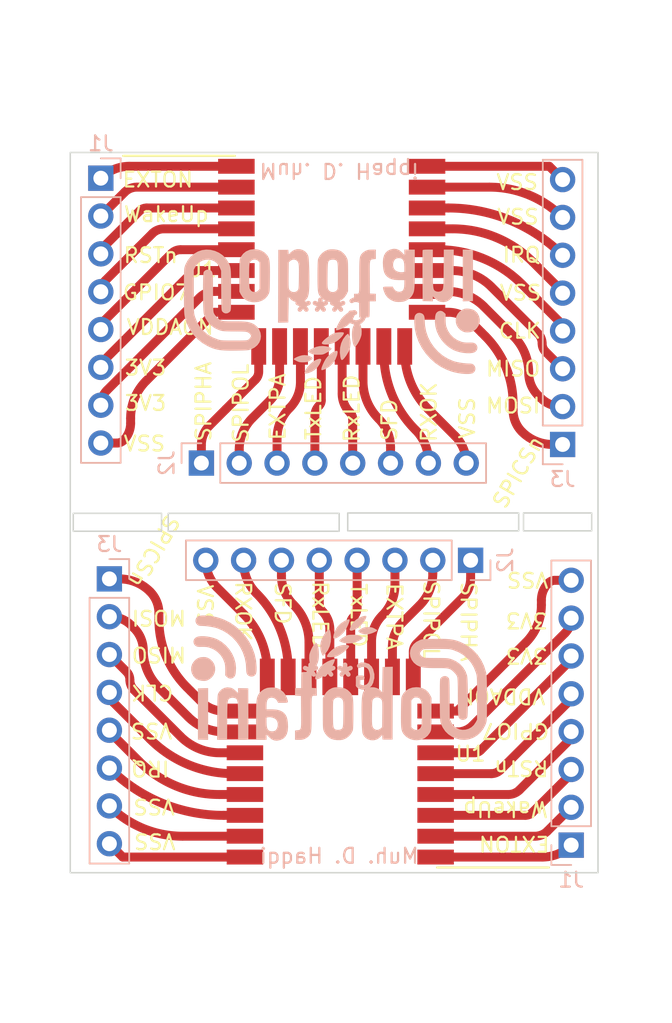
<source format=kicad_pcb>
(kicad_pcb (version 20211014) (generator pcbnew)
  (layers (0 "F.Cu" signal) (31 "B.Cu" signal) (34 "B.Paste" user) (35 "F.Paste" user) (36 "B.SilkS" user "B.Silkscreen") (37 "F.SilkS" user "F.Silkscreen") (38 "B.Mask" user) (39 "F.Mask" user) (44 "Edge.Cuts" user))
  (net 0 "")
  (net 1 "1")
  (net 2 "2")
  (net 3 "3")
  (net 4 "4")
  (net 5 "5")
  (net 6 "6")
  (net 7 "7")
  (net 8 "8")
  (net 9 "9")
  (net 10 "10")
  (net 11 "11")
  (net 12 "12")
  (net 13 "13")
  (net 14 "14")
  (net 15 "15")
  (net 16 "16")
  (net 17 "17")
  (net 18 "18")
  (net 19 "19")
  (net 20 "20")
  (net 21 "21")
  (net 22 "22")
  (net 23 "23")
  (net 24 "24")
  (footprint "Library:XCVR_DWM1000" (layer "F.Cu") (at 159.5 55.5)
    (fp_text reference "U1" (at -8.74021 5.12805 180) (layer "F.SilkS") (effects (font (size 1.000598 1.000598))))
    (fp_text value "DWM1000")
    (pad "1" smd rect (at -6.4 -1.8 90) (size 1 2.45) (layers "F.Cu" "F.Paste" "F.Mask") (net 1 "1"))
    (pad "2" smd rect (at -6.4 -0.4 90) (size 1 2.45) (layers "F.Cu" "F.Paste" "F.Mask") (net 2 "2"))
    (pad "3" smd rect (at -6.4 1 90) (size 1 2.45) (layers "F.Cu" "F.Paste" "F.Mask") (net 3 "3"))
    (pad "4" smd rect (at -6.4 2.4 90) (size 1 2.45) (layers "F.Cu" "F.Paste" "F.Mask") (net 4 "4"))
    (pad "5" smd rect (at -6.4 3.8 90) (size 1 2.45) (layers "F.Cu" "F.Paste" "F.Mask") (net 5 "5"))
    (pad "6" smd rect (at -6.4 5.2 90) (size 1 2.45) (layers "F.Cu" "F.Paste" "F.Mask") (net 6 "6"))
    (pad "7" smd rect (at -6.4 6.6 90) (size 1 2.45) (layers "F.Cu" "F.Paste" "F.Mask") (net 7 "7"))
    (pad "8" smd rect (at -6.4 8 90) (size 1 2.45) (layers "F.Cu" "F.Paste" "F.Mask") (net 8 "8"))
    (pad "9" smd rect (at -4.9 10.295 180) (size 1 2.45) (layers "F.Cu" "F.Paste" "F.Mask") (net 9 "9"))
    (pad "10" smd rect (at -3.5 10.295 180) (size 1 2.45) (layers "F.Cu" "F.Paste" "F.Mask") (net 10 "10"))
    (pad "11" smd rect (at -2.1 10.295 180) (size 1 2.45) (layers "F.Cu" "F.Paste" "F.Mask") (net 11 "11"))
    (pad "12" smd rect (at -0.7 10.295 180) (size 1 2.45) (layers "F.Cu" "F.Paste" "F.Mask") (net 12 "12"))
    (pad "13" smd rect (at 0.7 10.295 180) (size 1 2.45) (layers "F.Cu" "F.Paste" "F.Mask") (net 13 "13"))
    (pad "14" smd rect (at 2.1 10.295 180) (size 1 2.45) (layers "F.Cu" "F.Paste" "F.Mask") (net 14 "14"))
    (pad "15" smd rect (at 3.5 10.295 180) (size 1 2.45) (layers "F.Cu" "F.Paste" "F.Mask") (net 15 "15"))
    (pad "16" smd rect (at 4.9 10.295 180) (size 1 2.45) (layers "F.Cu" "F.Paste" "F.Mask") (net 16 "16"))
    (pad "17" smd rect (at 6.4 8 270) (size 1 2.45) (layers "F.Cu" "F.Paste" "F.Mask") (net 17 "17"))
    (pad "18" smd rect (at 6.4 6.6 270) (size 1 2.45) (layers "F.Cu" "F.Paste" "F.Mask") (net 18 "18"))
    (pad "19" smd rect (at 6.4 5.2 270) (size 1 2.45) (layers "F.Cu" "F.Paste" "F.Mask") (net 19 "19"))
    (pad "20" smd rect (at 6.4 3.8 270) (size 1 2.45) (layers "F.Cu" "F.Paste" "F.Mask") (net 20 "20"))
    (pad "21" smd rect (at 6.4 2.4 270) (size 1 2.45) (layers "F.Cu" "F.Paste" "F.Mask") (net 21 "21"))
    (pad "22" smd rect (at 6.4 1 270) (size 1 2.45) (layers "F.Cu" "F.Paste" "F.Mask") (net 22 "22"))
    (pad "23" smd rect (at 6.4 -0.4 270) (size 1 2.45) (layers "F.Cu" "F.Paste" "F.Mask") (net 23 "23"))
    (pad "24" smd rect (at 6.4 -1.8 270) (size 1 2.45) (layers "F.Cu" "F.Paste" "F.Mask") (net 24 "24"))
  )
  (footprint "Library:XCVR_DWM1000" (layer "F.Cu") (at 160.075 98.275 180)
    (fp_text reference "U1" (at -8.74021 5.12805) (layer "F.SilkS") (effects (font (size 1.000598 1.000598))))
    (fp_text value "DWM1000")
    (pad "1" smd rect (at -6.4 -1.8 270) (size 1 2.45) (layers "F.Cu" "F.Paste" "F.Mask") (net 1 "1"))
    (pad "2" smd rect (at -6.4 -0.4 270) (size 1 2.45) (layers "F.Cu" "F.Paste" "F.Mask") (net 2 "2"))
    (pad "3" smd rect (at -6.4 1 270) (size 1 2.45) (layers "F.Cu" "F.Paste" "F.Mask") (net 3 "3"))
    (pad "4" smd rect (at -6.4 2.4 270) (size 1 2.45) (layers "F.Cu" "F.Paste" "F.Mask") (net 4 "4"))
    (pad "5" smd rect (at -6.4 3.8 270) (size 1 2.45) (layers "F.Cu" "F.Paste" "F.Mask") (net 5 "5"))
    (pad "6" smd rect (at -6.4 5.2 270) (size 1 2.45) (layers "F.Cu" "F.Paste" "F.Mask") (net 6 "6"))
    (pad "7" smd rect (at -6.4 6.6 270) (size 1 2.45) (layers "F.Cu" "F.Paste" "F.Mask") (net 7 "7"))
    (pad "8" smd rect (at -6.4 8 270) (size 1 2.45) (layers "F.Cu" "F.Paste" "F.Mask") (net 8 "8"))
    (pad "9" smd rect (at -4.9 10.295) (size 1 2.45) (layers "F.Cu" "F.Paste" "F.Mask") (net 9 "9"))
    (pad "10" smd rect (at -3.5 10.295) (size 1 2.45) (layers "F.Cu" "F.Paste" "F.Mask") (net 10 "10"))
    (pad "11" smd rect (at -2.1 10.295) (size 1 2.45) (layers "F.Cu" "F.Paste" "F.Mask") (net 11 "11"))
    (pad "12" smd rect (at -0.7 10.295) (size 1 2.45) (layers "F.Cu" "F.Paste" "F.Mask") (net 12 "12"))
    (pad "13" smd rect (at 0.7 10.295) (size 1 2.45) (layers "F.Cu" "F.Paste" "F.Mask") (net 13 "13"))
    (pad "14" smd rect (at 2.1 10.295) (size 1 2.45) (layers "F.Cu" "F.Paste" "F.Mask") (net 14 "14"))
    (pad "15" smd rect (at 3.5 10.295) (size 1 2.45) (layers "F.Cu" "F.Paste" "F.Mask") (net 15 "15"))
    (pad "16" smd rect (at 4.9 10.295) (size 1 2.45) (layers "F.Cu" "F.Paste" "F.Mask") (net 16 "16"))
    (pad "17" smd rect (at 6.4 8 90) (size 1 2.45) (layers "F.Cu" "F.Paste" "F.Mask") (net 17 "17"))
    (pad "18" smd rect (at 6.4 6.6 90) (size 1 2.45) (layers "F.Cu" "F.Paste" "F.Mask") (net 18 "18"))
    (pad "19" smd rect (at 6.4 5.2 90) (size 1 2.45) (layers "F.Cu" "F.Paste" "F.Mask") (net 19 "19"))
    (pad "20" smd rect (at 6.4 3.8 90) (size 1 2.45) (layers "F.Cu" "F.Paste" "F.Mask") (net 20 "20"))
    (pad "21" smd rect (at 6.4 2.4 90) (size 1 2.45) (layers "F.Cu" "F.Paste" "F.Mask") (net 21 "21"))
    (pad "22" smd rect (at 6.4 1 90) (size 1 2.45) (layers "F.Cu" "F.Paste" "F.Mask") (net 22 "22"))
    (pad "23" smd rect (at 6.4 -0.4 90) (size 1 2.45) (layers "F.Cu" "F.Paste" "F.Mask") (net 23 "23"))
    (pad "24" smd rect (at 6.4 -1.8 90) (size 1 2.45) (layers "F.Cu" "F.Paste" "F.Mask") (net 24 "24"))
  )
  (footprint "Library:logo" (layer "B.Cu") (at 159.5 63.5)
    (fp_text reference "G***" (at 0 0) (layer "B.SilkS") (effects (font (size 1.524 1.524) (thickness 0.3)) (justify mirror)))
    (fp_text value "LOGO" hide)
  )
  (footprint "Library:logo" (layer "B.Cu") (at 160 88 180)
    (fp_text reference "G***" (at 0 0) (layer "B.SilkS") (effects (font (size 1.524 1.524) (thickness 0.3)) (justify mirror)))
    (fp_text value "LOGO" hide)
  )
  (footprint "Connector_PinHeader_2.54mm:PinHeader_1x08_P2.54mm_Vertical" (layer "B.Cu") (at 175.575 99.275)
    (fp_text reference "J1" (at 0 2.33) (layer "B.SilkS") (effects (justify mirror)))
    (fp_text value "Conn_01x08_Male")
    (pad "1" thru_hole rect locked (at 0 0) (size 1.7 1.7) (drill 1) (layers *.Cu *.Mask) (net 1 "1"))
    (pad "2" thru_hole oval locked (at 0 -2.54) (size 1.7 1.7) (drill 1) (layers *.Cu *.Mask) (net 2 "2"))
    (pad "3" thru_hole oval locked (at 0 -5.08) (size 1.7 1.7) (drill 1) (layers *.Cu *.Mask) (net 3 "3"))
    (pad "4" thru_hole oval locked (at 0 -7.62) (size 1.7 1.7) (drill 1) (layers *.Cu *.Mask) (net 4 "4"))
    (pad "5" thru_hole oval locked (at 0 -10.16) (size 1.7 1.7) (drill 1) (layers *.Cu *.Mask) (net 5 "5"))
    (pad "6" thru_hole oval locked (at 0 -12.7) (size 1.7 1.7) (drill 1) (layers *.Cu *.Mask) (net 6 "6"))
    (pad "7" thru_hole oval locked (at 0 -15.24) (size 1.7 1.7) (drill 1) (layers *.Cu *.Mask) (net 7 "7"))
    (pad "8" thru_hole oval locked (at 0 -17.78) (size 1.7 1.7) (drill 1) (layers *.Cu *.Mask) (net 8 "8"))
  )
  (footprint "Connector_PinHeader_2.54mm:PinHeader_1x08_P2.54mm_Vertical" (layer "B.Cu") (at 175 72.375)
    (fp_text reference "J3" (at 0 2.33) (layer "B.SilkS") (effects (justify mirror)))
    (fp_text value "Conn_01x08_Male")
    (pad "1" thru_hole rect locked (at 0 0) (size 1.7 1.7) (drill 1) (layers *.Cu *.Mask) (net 17 "17"))
    (pad "2" thru_hole oval locked (at 0 -2.54) (size 1.7 1.7) (drill 1) (layers *.Cu *.Mask) (net 18 "18"))
    (pad "3" thru_hole oval locked (at 0 -5.08) (size 1.7 1.7) (drill 1) (layers *.Cu *.Mask) (net 19 "19"))
    (pad "4" thru_hole oval locked (at 0 -7.62) (size 1.7 1.7) (drill 1) (layers *.Cu *.Mask) (net 20 "20"))
    (pad "5" thru_hole oval locked (at 0 -10.16) (size 1.7 1.7) (drill 1) (layers *.Cu *.Mask) (net 21 "21"))
    (pad "6" thru_hole oval locked (at 0 -12.7) (size 1.7 1.7) (drill 1) (layers *.Cu *.Mask) (net 22 "22"))
    (pad "7" thru_hole oval locked (at 0 -15.24) (size 1.7 1.7) (drill 1) (layers *.Cu *.Mask) (net 23 "23"))
    (pad "8" thru_hole oval locked (at 0 -17.78) (size 1.7 1.7) (drill 1) (layers *.Cu *.Mask) (net 24 "24"))
  )
  (footprint "Connector_PinHeader_2.54mm:PinHeader_1x08_P2.54mm_Vertical" (layer "B.Cu") (at 144 54.5 180)
    (fp_text reference "J1" (at 0 2.33) (layer "B.SilkS") (effects (justify mirror)))
    (fp_text value "Conn_01x08_Male")
    (pad "1" thru_hole rect locked (at 0 0 180) (size 1.7 1.7) (drill 1) (layers *.Cu *.Mask) (net 1 "1"))
    (pad "2" thru_hole oval locked (at 0 -2.54 180) (size 1.7 1.7) (drill 1) (layers *.Cu *.Mask) (net 2 "2"))
    (pad "3" thru_hole oval locked (at 0 -5.08 180) (size 1.7 1.7) (drill 1) (layers *.Cu *.Mask) (net 3 "3"))
    (pad "4" thru_hole oval locked (at 0 -7.62 180) (size 1.7 1.7) (drill 1) (layers *.Cu *.Mask) (net 4 "4"))
    (pad "5" thru_hole oval locked (at 0 -10.16 180) (size 1.7 1.7) (drill 1) (layers *.Cu *.Mask) (net 5 "5"))
    (pad "6" thru_hole oval locked (at 0 -12.7 180) (size 1.7 1.7) (drill 1) (layers *.Cu *.Mask) (net 6 "6"))
    (pad "7" thru_hole oval locked (at 0 -15.24 180) (size 1.7 1.7) (drill 1) (layers *.Cu *.Mask) (net 7 "7"))
    (pad "8" thru_hole oval locked (at 0 -17.78 180) (size 1.7 1.7) (drill 1) (layers *.Cu *.Mask) (net 8 "8"))
  )
  (footprint "Connector_PinHeader_2.54mm:PinHeader_1x08_P2.54mm_Vertical" (layer "B.Cu") (at 168.825 80.15 90)
    (fp_text reference "J2" (at 0 2.33 90) (layer "B.SilkS") (effects (justify mirror)))
    (fp_text value "Conn_01x08_Male")
    (pad "1" thru_hole rect locked (at 0 0 90) (size 1.7 1.7) (drill 1) (layers *.Cu *.Mask) (net 9 "9"))
    (pad "2" thru_hole oval locked (at 0 -2.54 90) (size 1.7 1.7) (drill 1) (layers *.Cu *.Mask) (net 10 "10"))
    (pad "3" thru_hole oval locked (at 0 -5.08 90) (size 1.7 1.7) (drill 1) (layers *.Cu *.Mask) (net 11 "11"))
    (pad "4" thru_hole oval locked (at 0 -7.62 90) (size 1.7 1.7) (drill 1) (layers *.Cu *.Mask) (net 12 "12"))
    (pad "5" thru_hole oval locked (at 0 -10.16 90) (size 1.7 1.7) (drill 1) (layers *.Cu *.Mask) (net 13 "13"))
    (pad "6" thru_hole oval locked (at 0 -12.7 90) (size 1.7 1.7) (drill 1) (layers *.Cu *.Mask) (net 14 "14"))
    (pad "7" thru_hole oval locked (at 0 -15.24 90) (size 1.7 1.7) (drill 1) (layers *.Cu *.Mask) (net 15 "15"))
    (pad "8" thru_hole oval locked (at 0 -17.78 90) (size 1.7 1.7) (drill 1) (layers *.Cu *.Mask) (net 16 "16"))
  )
  (footprint "Connector_PinHeader_2.54mm:PinHeader_1x08_P2.54mm_Vertical" (layer "B.Cu") (at 144.575 81.4 180)
    (fp_text reference "J3" (at 0 2.33) (layer "B.SilkS") (effects (justify mirror)))
    (fp_text value "Conn_01x08_Male")
    (pad "1" thru_hole rect locked (at 0 0 180) (size 1.7 1.7) (drill 1) (layers *.Cu *.Mask) (net 17 "17"))
    (pad "2" thru_hole oval locked (at 0 -2.54 180) (size 1.7 1.7) (drill 1) (layers *.Cu *.Mask) (net 18 "18"))
    (pad "3" thru_hole oval locked (at 0 -5.08 180) (size 1.7 1.7) (drill 1) (layers *.Cu *.Mask) (net 19 "19"))
    (pad "4" thru_hole oval locked (at 0 -7.62 180) (size 1.7 1.7) (drill 1) (layers *.Cu *.Mask) (net 20 "20"))
    (pad "5" thru_hole oval locked (at 0 -10.16 180) (size 1.7 1.7) (drill 1) (layers *.Cu *.Mask) (net 21 "21"))
    (pad "6" thru_hole oval locked (at 0 -12.7 180) (size 1.7 1.7) (drill 1) (layers *.Cu *.Mask) (net 22 "22"))
    (pad "7" thru_hole oval locked (at 0 -15.24 180) (size 1.7 1.7) (drill 1) (layers *.Cu *.Mask) (net 23 "23"))
    (pad "8" thru_hole oval locked (at 0 -17.78 180) (size 1.7 1.7) (drill 1) (layers *.Cu *.Mask) (net 24 "24"))
  )
  (footprint "Connector_PinHeader_2.54mm:PinHeader_1x08_P2.54mm_Vertical" (layer "B.Cu") (at 150.75 73.625 -90)
    (fp_text reference "J2" (at 0 2.33 90) (layer "B.SilkS") (effects (justify mirror)))
    (fp_text value "Conn_01x08_Male")
    (pad "1" thru_hole rect locked (at 0 0 270) (size 1.7 1.7) (drill 1) (layers *.Cu *.Mask) (net 9 "9"))
    (pad "2" thru_hole oval locked (at 0 -2.54 270) (size 1.7 1.7) (drill 1) (layers *.Cu *.Mask) (net 10 "10"))
    (pad "3" thru_hole oval locked (at 0 -5.08 270) (size 1.7 1.7) (drill 1) (layers *.Cu *.Mask) (net 11 "11"))
    (pad "4" thru_hole oval locked (at 0 -7.62 270) (size 1.7 1.7) (drill 1) (layers *.Cu *.Mask) (net 12 "12"))
    (pad "5" thru_hole oval locked (at 0 -10.16 270) (size 1.7 1.7) (drill 1) (layers *.Cu *.Mask) (net 13 "13"))
    (pad "6" thru_hole oval locked (at 0 -12.7 270) (size 1.7 1.7) (drill 1) (layers *.Cu *.Mask) (net 14 "14"))
    (pad "7" thru_hole oval locked (at 0 -15.24 270) (size 1.7 1.7) (drill 1) (layers *.Cu *.Mask) (net 15 "15"))
    (pad "8" thru_hole oval locked (at 0 -17.78 270) (size 1.7 1.7) (drill 1) (layers *.Cu *.Mask) (net 16 "16"))
  )
  (gr_line (start 153 53) (end 145.5 53) (layer "F.SilkS") (width 0.15))
  (gr_line (start 166.575 100.775) (end 174.075 100.775) (layer "F.SilkS") (width 0.15))
  (gr_rect (start 148.075 77) (end 142.15 78.2) (layer "Edge.Cuts") (width 0.1) (fill none))
  (gr_rect (start 177.375 52.775) (end 141.95 101.125) (layer "Edge.Cuts") (width 0.1) (fill none))
  (gr_rect (start 176.95 76.975) (end 172.375 78.175) (layer "Edge.Cuts") (width 0.1) (fill none))
  (gr_rect (start 160 77) (end 148.525 78.2) (layer "Edge.Cuts") (width 0.1) (fill none))
  (gr_rect (start 172.05 76.975) (end 160.575 78.175) (layer "Edge.Cuts") (width 0.1) (fill none))
  (gr_text "Muh. D. Haqqi" (at 160 100) (layer "B.SilkS") (effects (font (size 1 1)) (justify mirror)))
  (gr_text "Muh. D. Haqqi" (at 160 54 180) (layer "B.SilkS") (effects (font (size 1 1)) (justify mirror)))
  (gr_text "MOSI" (at 147.9 84 180) (layer "F.SilkS") (effects (font (size 1 1))))
  (gr_text "RXOK" (at 153.55 83.575 270) (layer "F.SilkS") (effects (font (size 1 1))))
  (gr_text "RSTn" (at 172.225 94.1 180) (layer "F.SilkS") (effects (font (size 1 1))))
  (gr_text "MISO" (at 147.9 86.475 180) (layer "F.SilkS") (effects (font (size 1 1))))
  (gr_text "VDDAON" (at 170.925 89.275 180) (layer "F.SilkS") (effects (font (size 1 1))))
  (gr_text "SFD" (at 163.375 70.725 90) (layer "F.SilkS") (effects (font (size 1 1))))
  (gr_text "VSS" (at 168.6 70.6 90) (layer "F.SilkS") (effects (font (size 1 1))))
  (gr_text "EXTON" (at 171.75 99.175 180) (layer "F.SilkS") (effects (font (size 1 1))))
  (gr_text "SPICSn" (at 147.55 79.55 240) (layer "F.SilkS") (effects (font (size 1 1))))
  (gr_text "GPIO7" (at 171.85 91.6 180) (layer "F.SilkS") (effects (font (size 1 1))))
  (gr_text "IRQ" (at 147.325 94.125 180) (layer "F.SilkS") (effects (font (size 1 1))))
  (gr_text "WakeUp" (at 171.175 96.85 180) (layer "F.SilkS") (effects (font (size 1 1))))
  (gr_text "RxLED" (at 158.725 83.825 270) (layer "F.SilkS") (effects (font (size 1 1))))
  (gr_text "TxLED" (at 161.3 83.85 270) (layer "F.SilkS") (effects (font (size 1 1))))
  (gr_text "RXOK" (at 166.025 70.2 90) (layer "F.SilkS") (effects (font (size 1 1))))
  (gr_text "TxLED" (at 158.275 69.925 90) (layer "F.SilkS") (effects (font (size 1 1))))
  (gr_text "3V3" (at 172.575 86.55 180) (layer "F.SilkS") (effects (font (size 1 1))))
  (gr_text "SFD" (at 156.2 83.05 270) (layer "F.SilkS") (effects (font (size 1 1))))
  (gr_text "RxLED" (at 160.85 69.95 90) (layer "F.SilkS") (effects (font (size 1 1))))
  (gr_text "VDDAON" (at 148.65 64.5) (layer "F.SilkS") (effects (font (size 1 1))))
  (gr_text "SPICSn" (at 172.025 74.225 60) (layer "F.SilkS") (effects (font (size 1 1))))
  (gr_text "MISO" (at 171.675 67.3) (layer "F.SilkS") (effects (font (size 1 1))))
  (gr_text "VSS" (at 147.575 96.675 180) (layer "F.SilkS") (effects (font (size 1 1))))
  (gr_text "VSS" (at 146.925 72.325) (layer "F.SilkS") (effects (font (size 1 1))))
  (gr_text "SPIPOL" (at 166.175 84.175 270) (layer "F.SilkS") (effects (font (size 1 1))))
  (gr_text "MOSI" (at 171.675 69.775) (layer "F.SilkS") (effects (font (size 1 1))))
  (gr_text "VSS" (at 147.625 99 180) (layer "F.SilkS") (effects (font (size 1 1))))
  (gr_text "CLK" (at 172.125 64.75) (layer "F.SilkS") (effects (font (size 1 1))))
  (gr_text "3V3" (at 172.575 84.175 180) (layer "F.SilkS") (effects (font (size 1 1))))
  (gr_text "VSS" (at 172.65 81.45 180) (layer "F.SilkS") (effects (font (size 1 1))))
  (gr_text "VSS" (at 172 57.1) (layer "F.SilkS") (effects (font (size 1 1))))
  (gr_text "VSS" (at 147.4 91.575 180) (layer "F.SilkS") (effects (font (size 1 1))))
  (gr_text "3V3" (at 147 69.6) (layer "F.SilkS") (effects (font (size 1 1))))
  (gr_text "EXTPA" (at 163.7 83.925 270) (layer "F.SilkS") (effects (font (size 1 1))))
  (gr_text "SPIPOL" (at 153.4 69.6 90) (layer "F.SilkS") (effects (font (size 1 1))))
  (gr_text "VSS" (at 171.95 54.775) (layer "F.SilkS") (effects (font (size 1 1))))
  (gr_text "EXTON" (at 147.825 54.6) (layer "F.SilkS") (effects (font (size 1 1))))
  (gr_text "RSTn" (at 147.35 59.675) (layer "F.SilkS") (effects (font (size 1 1))))
  (gr_text "SPIPHA" (at 150.9 69.5 90) (layer "F.SilkS") (effects (font (size 1 1))))
  (gr_text "VSS" (at 150.975 83.175 270) (layer "F.SilkS") (effects (font (size 1 1))))
  (gr_text "GPIO7" (at 147.725 62.175) (layer "F.SilkS") (effects (font (size 1 1))))
  (gr_text "WakeUp" (at 148.4 56.925) (layer "F.SilkS") (effects (font (size 1 1))))
  (gr_text "SPIPHA" (at 168.675 84.275 270) (layer "F.SilkS") (effects (font (size 1 1))))
  (gr_text "3V3" (at 147 67.225) (layer "F.SilkS") (effects (font (size 1 1))))
  (gr_text "IRQ" (at 172.25 59.65) (layer "F.SilkS") (effects (font (size 1 1))))
  (gr_text "EXTPA" (at 155.875 69.85 90) (layer "F.SilkS") (effects (font (size 1 1))))
  (gr_text "VSS" (at 172.175 62.2) (layer "F.SilkS") (effects (font (size 1 1))))
  (gr_text "CLK" (at 147.45 89.025 180) (layer "F.SilkS") (effects (font (size 1 1))))
  (segment (start 166.475 100.075) (end 173.64363 100.075) (width 0.6) (layer "F.Cu") (net 1))
  (segment (start 153.1 53.7) (end 145.93137 53.7) (width 0.6) (layer "F.Cu") (net 1))
  (arc (start 173.64363 100.075) (mid 174.688879 99.867088) (end 175.575 99.275) (width 0.6) (layer "F.Cu") (net 1))
  (arc (start 145.93137 53.7) (mid 144.886121 53.907912) (end 144 54.5) (width 0.6) (layer "F.Cu") (net 1))
  (segment (start 145.597053 55.442947) (end 144 57.04) (width 0.6) (layer "F.Cu") (net 2))
  (segment (start 175.09 96.735) (end 175.575 96.735) (width 0.6) (layer "F.Cu") (net 2))
  (segment (start 153.1 55.1) (end 146.425 55.1) (width 0.6) (layer "F.Cu") (net 2))
  (segment (start 173.977947 98.332053) (end 175.575 96.735) (width 0.6) (layer "F.Cu") (net 2))
  (segment (start 166.475 98.675) (end 173.15 98.675) (width 0.6) (layer "F.Cu") (net 2))
  (segment (start 144.485 57.04) (end 144 57.04) (width 0.6) (layer "F.Cu") (net 2))
  (arc (start 146.425 55.1) (mid 145.976918 55.189129) (end 145.597053 55.442947) (width 0.6) (layer "F.Cu") (net 2))
  (arc (start 173.15 98.675) (mid 173.598082 98.585871) (end 173.977947 98.332053) (width 0.6) (layer "F.Cu") (net 2))
  (segment (start 146.60201 56.69799) (end 144.197991 59.102009) (width 0.6) (layer "F.Cu") (net 3))
  (segment (start 166.475 97.275) (end 172.495 97.275) (width 0.6) (layer "F.Cu") (net 3))
  (segment (start 172.97299 97.07701) (end 175.377009 94.672991) (width 0.6) (layer "F.Cu") (net 3))
  (segment (start 153.1 56.5) (end 147.08 56.5) (width 0.6) (layer "F.Cu") (net 3))
  (arc (start 175.377009 94.672991) (mid 175.523544 94.453688) (end 175.575 94.195) (width 0.6) (layer "F.Cu") (net 3))
  (arc (start 172.495 97.275) (mid 172.753686 97.223544) (end 172.97299 97.07701) (width 0.6) (layer "F.Cu") (net 3))
  (arc (start 147.08 56.5) (mid 146.821314 56.551456) (end 146.60201 56.69799) (width 0.6) (layer "F.Cu") (net 3))
  (arc (start 144.197991 59.102009) (mid 144.051456 59.321312) (end 144 59.58) (width 0.6) (layer "F.Cu") (net 3))
  (segment (start 153.1 57.9) (end 148.22 57.9) (width 0.6) (layer "F.Cu") (net 4))
  (segment (start 166.475 95.875) (end 171.355 95.875) (width 0.6) (layer "F.Cu") (net 4))
  (segment (start 146.55 59.125) (end 144.314663 61.360337) (width 0.6) (layer "F.Cu") (net 4))
  (segment (start 172.114662 95.560337) (end 173.025 94.65) (width 0.6) (layer "F.Cu") (net 4))
  (segment (start 147.460338 58.214663) (end 146.55 59.125) (width 0.6) (layer "F.Cu") (net 4))
  (segment (start 173.025 94.65) (end 175.260337 92.414663) (width 0.6) (layer "F.Cu") (net 4))
  (arc (start 144.314663 61.360337) (mid 144.081778 61.708873) (end 144 62.12) (width 0.6) (layer "F.Cu") (net 4))
  (arc (start 148.22 57.9) (mid 147.808874 57.981778) (end 147.460338 58.214663) (width 0.6) (layer "F.Cu") (net 4))
  (arc (start 175.260337 92.414663) (mid 175.493222 92.066127) (end 175.575 91.655) (width 0.6) (layer "F.Cu") (net 4))
  (arc (start 171.355 95.875) (mid 171.766126 95.793222) (end 172.114662 95.560337) (width 0.6) (layer "F.Cu") (net 4))
  (segment (start 153.1 59.3) (end 149.36 59.3) (width 0.6) (layer "F.Cu") (net 5))
  (segment (start 171.25 93.8) (end 175.320441 89.729559) (width 0.6) (layer "F.Cu") (net 5))
  (segment (start 148.745441 59.554558) (end 148.325 59.975) (width 0.6) (layer "F.Cu") (net 5))
  (segment (start 148.325 59.975) (end 144.254559 64.045441) (width 0.6) (layer "F.Cu") (net 5))
  (segment (start 166.475 94.475) (end 170.215 94.475) (width 0.6) (layer "F.Cu") (net 5))
  (segment (start 170.829559 94.220442) (end 171.25 93.8) (width 0.6) (layer "F.Cu") (net 5))
  (arc (start 175.320441 89.729559) (mid 175.508842 89.447598) (end 175.575 89.115) (width 0.6) (layer "F.Cu") (net 5))
  (arc (start 144.254559 64.045441) (mid 144.066158 64.327402) (end 144 64.66) (width 0.6) (layer "F.Cu") (net 5))
  (arc (start 170.215 94.475) (mid 170.547597 94.408842) (end 170.829559 94.220442) (width 0.6) (layer "F.Cu") (net 5))
  (arc (start 149.36 59.3) (mid 149.027403 59.366158) (end 148.745441 59.554558) (width 0.6) (layer "F.Cu") (net 5))
  (segment (start 166.475 93.075) (end 169.075 93.075) (width 0.6) (layer "F.Cu") (net 6))
  (segment (start 150.073224 60.876777) (end 149.25 61.7) (width 0.6) (layer "F.Cu") (net 6))
  (segment (start 153.1 60.7) (end 150.5 60.7) (width 0.6) (layer "F.Cu") (net 6))
  (segment (start 149.25 61.7) (end 144.176777 66.773223) (width 0.6) (layer "F.Cu") (net 6))
  (segment (start 170.325 92.075) (end 175.398223 87.001777) (width 0.6) (layer "F.Cu") (net 6))
  (segment (start 169.501776 92.898223) (end 170.325 92.075) (width 0.6) (layer "F.Cu") (net 6))
  (arc (start 150.5 60.7) (mid 150.26903 60.745943) (end 150.073224 60.876777) (width 0.6) (layer "F.Cu") (net 6))
  (arc (start 175.398223 87.001777) (mid 175.529057 86.80597) (end 175.575 86.575) (width 0.6) (layer "F.Cu") (net 6))
  (arc (start 169.075 93.075) (mid 169.30597 93.029057) (end 169.501776 92.898223) (width 0.6) (layer "F.Cu") (net 6))
  (arc (start 144.176777 66.773223) (mid 144.045943 66.96903) (end 144 67.2) (width 0.6) (layer "F.Cu") (net 6))
  (segment (start 168.942193 91.257807) (end 175.157807 85.042193) (width 0.6) (layer "F.Cu") (net 7))
  (segment (start 166.475 91.675) (end 167.935 91.675) (width 0.6) (layer "F.Cu") (net 7))
  (segment (start 150.632807 62.517193) (end 144.417193 68.732807) (width 0.6) (layer "F.Cu") (net 7))
  (segment (start 153.1 62.1) (end 151.64 62.1) (width 0.6) (layer "F.Cu") (net 7))
  (arc (start 151.64 62.1) (mid 151.094911 62.208425) (end 150.632807 62.517193) (width 0.6) (layer "F.Cu") (net 7))
  (arc (start 167.935 91.675) (mid 168.480089 91.566575) (end 168.942193 91.257807) (width 0.6) (layer "F.Cu") (net 7))
  (arc (start 144.417193 68.732807) (mid 144.108425 69.19491) (end 144 69.74) (width 0.6) (layer "F.Cu") (net 7))
  (arc (start 175.157807 85.042193) (mid 175.466575 84.58009) (end 175.575 84.035) (width 0.6) (layer "F.Cu") (net 7))
  (segment (start 153.1 63.5) (end 151.65 63.5) (width 0.6) (layer "F.Cu") (net 8))
  (segment (start 146 70.625) (end 146 70.953249) (width 0.6) (layer "F.Cu") (net 8))
  (segment (start 174.484558 81.495) (end 175.575 81.495) (width 0.6) (layer "F.Cu") (net 8))
  (segment (start 151.65 63.5) (end 147.042983 68.107017) (width 0.6) (layer "F.Cu") (net 8))
  (segment (start 145.090442 72.28) (end 144 72.28) (width 0.6) (layer "F.Cu") (net 8))
  (segment (start 173.575 83.15) (end 173.575 82.821751) (width 0.6) (layer "F.Cu") (net 8))
  (segment (start 166.475 90.275) (end 167.925 90.275) (width 0.6) (layer "F.Cu") (net 8))
  (segment (start 167.925 90.275) (end 172.532017 85.667983) (width 0.6) (layer "F.Cu") (net 8))
  (arc (start 145.525 72.1) (mid 145.325623 72.233219) (end 145.090442 72.28) (width 0.6) (layer "F.Cu") (net 8))
  (arc (start 147.042983 68.107017) (mid 146.271063 69.262277) (end 146 70.625) (width 0.6) (layer "F.Cu") (net 8))
  (arc (start 144 72.28) (mid 144.203254 72.23957) (end 144.375564 72.124437) (width 0.6) (layer "F.Cu") (net 8))
  (arc (start 173.575 82.821751) (mid 173.698448 82.201134) (end 174.05 81.675) (width 0.6) (layer "F.Cu") (net 8))
  (arc (start 172.532017 85.667983) (mid 173.303937 84.512723) (end 173.575 83.15) (width 0.6) (layer "F.Cu") (net 8))
  (arc (start 175.575 81.495) (mid 175.371746 81.53543) (end 175.199436 81.650563) (width 0.6) (layer "F.Cu") (net 8))
  (arc (start 146 70.953249) (mid 145.876552 71.573866) (end 145.525 72.1) (width 0.6) (layer "F.Cu") (net 8))
  (arc (start 174.05 81.675) (mid 174.249377 81.541781) (end 174.484558 81.495) (width 0.6) (layer "F.Cu") (net 8))
  (segment (start 165.20481 85.745191) (end 167.175 83.775) (width 0.6) (layer "F.Cu") (net 9))
  (segment (start 168.825 80.15) (end 168.825 81.351472) (width 0.6) (layer "F.Cu") (net 9))
  (segment (start 154.37019 68.029809) (end 152.4 70) (width 0.6) (layer "F.Cu") (net 9))
  (segment (start 164.975 86.3) (end 164.975 87.98) (width 0.6) (layer "F.Cu") (net 9))
  (segment (start 154.6 67.475) (end 154.6 65.795) (width 0.6) (layer "F.Cu") (net 9))
  (segment (start 152.4 70) (end 151.296967 71.103033) (width 0.6) (layer "F.Cu") (net 9))
  (segment (start 167.175 83.775) (end 168.278033 82.671967) (width 0.6) (layer "F.Cu") (net 9))
  (segment (start 150.75 73.625) (end 150.75 72.423528) (width 0.6) (layer "F.Cu") (net 9))
  (arc (start 168.278033 82.671967) (mid 168.682848 82.06612) (end 168.825 81.351472) (width 0.6) (layer "F.Cu") (net 9))
  (arc (start 154.6 67.475) (mid 154.540274 67.775261) (end 154.37019 68.029809) (width 0.6) (layer "F.Cu") (net 9))
  (arc (start 164.975 86.3) (mid 165.034726 85.999739) (end 165.20481 85.745191) (width 0.6) (layer "F.Cu") (net 9))
  (arc (start 151.296967 71.103033) (mid 150.892152 71.70888) (end 150.75 72.423528) (width 0.6) (layer "F.Cu") (net 9))
  (segment (start 153.29 72.736579) (end 153.29 73.625) (width 0.6) (layer "F.Cu") (net 10))
  (segment (start 164.229074 84.345926) (end 165.4 83.175) (width 0.6) (layer "F.Cu") (net 10))
  (segment (start 166.285 81.038421) (end 166.285 80.15) (width 0.6) (layer "F.Cu") (net 10))
  (segment (start 156 65.795) (end 156 67.85) (width 0.6) (layer "F.Cu") (net 10))
  (segment (start 163.575 87.98) (end 163.575 85.925) (width 0.6) (layer "F.Cu") (net 10))
  (segment (start 155.345926 69.429074) (end 154.175 70.6) (width 0.6) (layer "F.Cu") (net 10))
  (arc (start 163.575 85.925) (mid 163.744988 85.070411) (end 164.229074 84.345926) (width 0.6) (layer "F.Cu") (net 10))
  (arc (start 154.175 70.6) (mid 153.520004 71.58027) (end 153.29 72.736579) (width 0.6) (layer "F.Cu") (net 10))
  (arc (start 156 67.85) (mid 155.830012 68.704589) (end 155.345926 69.429074) (width 0.6) (layer "F.Cu") (net 10))
  (arc (start 165.4 83.175) (mid 166.054996 82.19473) (end 166.285 81.038421) (width 0.6) (layer "F.Cu") (net 10))
  (segment (start 155.83 71.96501) (end 155.83 73.625) (width 0.6) (layer "F.Cu") (net 11))
  (segment (start 163.745 81.80999) (end 163.745 80.15) (width 0.6) (layer "F.Cu") (net 11))
  (segment (start 157.4 65.795) (end 157.4 68.174696) (width 0.6) (layer "F.Cu") (net 11))
  (segment (start 162.175 87.98) (end 162.175 85.600304) (width 0.6) (layer "F.Cu") (net 11))
  (arc (start 156.675 69.925) (mid 156.049608 70.860964) (end 155.83 71.96501) (width 0.6) (layer "F.Cu") (net 11))
  (arc (start 162.9 83.85) (mid 163.525392 82.914036) (end 163.745 81.80999) (width 0.6) (layer "F.Cu") (net 11))
  (arc (start 157.4 68.174696) (mid 157.211579 69.121953) (end 156.675 69.925) (width 0.6) (layer "F.Cu") (net 11))
  (arc (start 162.175 85.600304) (mid 162.363421 84.653047) (end 162.9 83.85) (width 0.6) (layer "F.Cu") (net 11))
  (segment (start 158.8 65.795) (end 158.8 69.412868) (width 0.6) (layer "F.Cu") (net 12))
  (segment (start 161.205 83.324021) (end 161.205 80.15) (width 0.6) (layer "F.Cu") (net 12))
  (segment (start 160.775 87.98) (end 160.775 84.362132) (width 0.6) (layer "F.Cu") (net 12))
  (segment (start 158.37 70.450979) (end 158.37 73.625) (width 0.6) (layer "F.Cu") (net 12))
  (arc (start 158.8 69.412868) (mid 158.761016 69.608852) (end 158.65 69.775) (width 0.6) (layer "F.Cu") (net 12))
  (arc (start 158.65 69.775) (mid 158.44277 70.085141) (end 158.37 70.450979) (width 0.6) (layer "F.Cu") (net 12))
  (arc (start 160.925 84) (mid 161.13223 83.689859) (end 161.205 83.324021) (width 0.6) (layer "F.Cu") (net 12))
  (arc (start 160.775 84.362132) (mid 160.813984 84.166148) (end 160.925 84) (width 0.6) (layer "F.Cu") (net 12))
  (segment (start 160.91 70.671629) (end 160.91 73.625) (width 0.6) (layer "F.Cu") (net 13))
  (segment (start 159.375 87.98) (end 159.375 84.817462) (width 0.6) (layer "F.Cu") (net 13))
  (segment (start 160.2 65.795) (end 160.2 68.957538) (width 0.6) (layer "F.Cu") (net 13))
  (segment (start 158.665 83.103371) (end 158.665 80.15) (width 0.6) (layer "F.Cu") (net 13))
  (arc (start 160.2 68.957538) (mid 160.336443 69.643483) (end 160.725 70.225) (width 0.6) (layer "F.Cu") (net 13))
  (arc (start 159.375 84.817462) (mid 159.238557 84.131517) (end 158.85 83.55) (width 0.6) (layer "F.Cu") (net 13))
  (arc (start 158.85 83.55) (mid 158.713081 83.345086) (end 158.665 83.103371) (width 0.6) (layer "F.Cu") (net 13))
  (arc (start 160.725 70.225) (mid 160.861919 70.429914) (end 160.91 70.671629) (width 0.6) (layer "F.Cu") (net 13))
  (segment (start 163.45 72.58137) (end 163.45 73.625) (width 0.6) (layer "F.Cu") (net 14))
  (segment (start 157.975 87.98) (end 157.975 85.659924) (width 0.6) (layer "F.Cu") (net 14))
  (segment (start 161.6 65.795) (end 161.6 68.115076) (width 0.6) (layer "F.Cu") (net 14))
  (segment (start 156.125 81.19363) (end 156.125 80.15) (width 0.6) (layer "F.Cu") (net 14))
  (arc (start 156.925 83.125) (mid 156.332914 82.238881) (end 156.125 81.19363) (width 0.6) (layer "F.Cu") (net 14))
  (arc (start 162.65 70.65) (mid 163.242086 71.536119) (end 163.45 72.58137) (width 0.6) (layer "F.Cu") (net 14))
  (arc (start 161.6 68.115076) (mid 161.872886 69.486967) (end 162.65 70.65) (width 0.6) (layer "F.Cu") (net 14))
  (arc (start 157.975 85.659924) (mid 157.702114 84.288033) (end 156.925 83.125) (width 0.6) (layer "F.Cu") (net 14))
  (segment (start 153.585 80.286706) (end 153.585 80.15) (width 0.6) (layer "F.Cu") (net 15))
  (segment (start 163 65.795) (end 163 66.269797) (width 0.6) (layer "F.Cu") (net 15))
  (segment (start 165.99 73.488294) (end 165.99 73.625) (width 0.6) (layer "F.Cu") (net 15))
  (segment (start 156.575 87.98) (end 156.575 87.505203) (width 0.6) (layer "F.Cu") (net 15))
  (arc (start 165.125 71.4) (mid 165.765193 72.358117) (end 165.99 73.488294) (width 0.6) (layer "F.Cu") (net 15))
  (arc (start 156.575 87.505203) (mid 156.022731 84.728758) (end 154.45 82.375) (width 0.6) (layer "F.Cu") (net 15))
  (arc (start 163 66.269797) (mid 163.552269 69.046242) (end 165.125 71.4) (width 0.6) (layer "F.Cu") (net 15))
  (arc (start 154.45 82.375) (mid 153.809807 81.416883) (end 153.585 80.286706) (width 0.6) (layer "F.Cu") (net 15))
  (segment (start 153.575 83.75) (end 151.801604 81.976604) (width 0.6) (layer "F.Cu") (net 16))
  (segment (start 155.175 87.98) (end 155.175 87.612741) (width 0.6) (layer "F.Cu") (net 16))
  (segment (start 166 70.025) (end 167.773396 71.798396) (width 0.6) (layer "F.Cu") (net 16))
  (segment (start 164.4 65.795) (end 164.4 66.162259) (width 0.6) (layer "F.Cu") (net 16))
  (arc (start 155.175 87.612741) (mid 154.759174 85.522241) (end 153.575 83.75) (width 0.6) (layer "F.Cu") (net 16))
  (arc (start 151.801604 81.976604) (mid 151.241635 81.138552) (end 151.045 80.15) (width 0.6) (layer "F.Cu") (net 16))
  (arc (start 167.773396 71.798396) (mid 168.333365 72.636448) (end 168.53 73.625) (width 0.6) (layer "F.Cu") (net 16))
  (arc (start 164.4 66.162259) (mid 164.815826 68.252759) (end 166 70.025) (width 0.6) (layer "F.Cu") (net 16))
  (segment (start 165.9 63.5) (end 167.317158 63.5) (width 0.6) (layer "F.Cu") (net 17))
  (segment (start 174.327081 72.375) (end 175 72.375) (width 0.6) (layer "F.Cu") (net 17))
  (segment (start 147.9 84.15) (end 147.9 83.698528) (width 0.6) (layer "F.Cu") (net 17))
  (segment (start 145.247919 81.4) (end 144.575 81.4) (width 0.6) (layer "F.Cu") (net 17))
  (segment (start 171.675 69.625) (end 171.675 70.076472) (width 0.6) (layer "F.Cu") (net 17))
  (segment (start 169.55 64.85) (end 169.801166 65.101166) (width 0.6) (layer "F.Cu") (net 17))
  (segment (start 150.750737 89.650736) (end 150.025 88.925) (width 0.6) (layer "F.Cu") (net 17))
  (segment (start 168.824263 64.124264) (end 169.55 64.85) (width 0.6) (layer "F.Cu") (net 17))
  (segment (start 150.025 88.925) (end 149.773834 88.673834) (width 0.6) (layer "F.Cu") (net 17))
  (segment (start 153.675 90.275) (end 152.257842 90.275) (width 0.6) (layer "F.Cu") (net 17))
  (arc (start 171.675 70.076472) (mid 171.830934 70.860409) (end 172.275 71.525) (width 0.6) (layer "F.Cu") (net 17))
  (arc (start 152.257842 90.275) (mid 151.442202 90.112759) (end 150.750737 89.650736) (width 0.6) (layer "F.Cu") (net 17))
  (arc (start 167.317158 63.5) (mid 168.132798 63.662241) (end 168.824263 64.124264) (width 0.6) (layer "F.Cu") (net 17))
  (arc (start 172.275 71.525) (mid 173.216502 72.154092) (end 174.327081 72.375) (width 0.6) (layer "F.Cu") (net 17))
  (arc (start 169.801166 65.101166) (mid 171.188006 67.176718) (end 171.675 69.625) (width 0.6) (layer "F.Cu") (net 17))
  (arc (start 147.9 83.698528) (mid 147.744066 82.914591) (end 147.3 82.25) (width 0.6) (layer "F.Cu") (net 17))
  (arc (start 149.773834 88.673834) (mid 148.386994 86.598282) (end 147.9 84.15) (width 0.6) (layer "F.Cu") (net 17))
  (arc (start 147.3 82.25) (mid 146.358498 81.620908) (end 145.247919 81.4) (width 0.6) (layer "F.Cu") (net 17))
  (segment (start 165.9 62.1) (end 167.265 62.1) (width 0.6) (layer "F.Cu") (net 18))
  (segment (start 144.637686 83.94) (end 144.575 83.94) (width 0.6) (layer "F.Cu") (net 18))
  (segment (start 146.231282 84.706281) (end 146.05 84.525) (width 0.6) (layer "F.Cu") (net 18))
  (segment (start 153.675 91.675) (end 152.31 91.675) (width 0.6) (layer "F.Cu") (net 18))
  (segment (start 169.714698 63.114698) (end 171.699695 65.099695) (width 0.6) (layer "F.Cu") (net 18))
  (segment (start 174.937314 69.835) (end 175 69.835) (width 0.6) (layer "F.Cu") (net 18))
  (segment (start 149.860302 90.660302) (end 147.875305 88.675305) (width 0.6) (layer "F.Cu") (net 18))
  (segment (start 173.343718 69.068719) (end 173.525 69.25) (width 0.6) (layer "F.Cu") (net 18))
  (arc (start 174.601655 70) (mid 174.817237 69.957119) (end 175 69.835) (width 0.6) (layer "F.Cu") (net 18))
  (arc (start 152.31 91.675) (mid 150.984233 91.411289) (end 149.860302 90.660302) (width 0.6) (layer "F.Cu") (net 18))
  (arc (start 173.525 69.25) (mid 174.172974 69.682963) (end 174.937314 69.835) (width 0.6) (layer "F.Cu") (net 18))
  (arc (start 167.265 62.1) (mid 168.590767 62.363711) (end 169.714698 63.114698) (width 0.6) (layer "F.Cu") (net 18))
  (arc (start 171.699695 65.099695) (mid 172.458532 66.235374) (end 172.725 67.575) (width 0.6) (layer "F.Cu") (net 18))
  (arc (start 172.725 67.575) (mid 172.8858 68.383395) (end 173.343718 69.068719) (width 0.6) (layer "F.Cu") (net 18))
  (arc (start 146.05 84.525) (mid 145.402026 84.092037) (end 144.637686 83.94) (width 0.6) (layer "F.Cu") (net 18))
  (arc (start 144.973345 83.775) (mid 144.757763 83.817881) (end 144.575 83.94) (width 0.6) (layer "F.Cu") (net 18))
  (arc (start 147.875305 88.675305) (mid 147.116468 87.539626) (end 146.85 86.2) (width 0.6) (layer "F.Cu") (net 18))
  (arc (start 146.85 86.2) (mid 146.6892 85.391605) (end 146.231282 84.706281) (width 0.6) (layer "F.Cu") (net 18))
  (segment (start 173.851274 66.146274) (end 175 67.295) (width 0.6) (layer "F.Cu") (net 19))
  (segment (start 149.353249 91.978249) (end 146.232843 88.857843) (width 0.6) (layer "F.Cu") (net 19))
  (segment (start 145.723726 87.628726) (end 144.575 86.48) (width 0.6) (layer "F.Cu") (net 19))
  (segment (start 170.221751 61.796751) (end 173.342157 64.917157) (width 0.6) (layer "F.Cu") (net 19))
  (segment (start 165.9 60.7) (end 167.57396 60.7) (width 0.6) (layer "F.Cu") (net 19))
  (segment (start 153.675 93.075) (end 152.00104 93.075) (width 0.6) (layer "F.Cu") (net 19))
  (arc (start 173.342157 64.917157) (mid 173.551491 65.230448) (end 173.625 65.6) (width 0.6) (layer "F.Cu") (net 19))
  (arc (start 144.575 86.48) (mid 144.764395 86.517673) (end 144.924957 86.624957) (width 0.6) (layer "F.Cu") (net 19))
  (arc (start 144.967635 86.642635) (mid 144.787493 86.522267) (end 144.575 86.48) (width 0.6) (layer "F.Cu") (net 19))
  (arc (start 174.607365 67.132365) (mid 174.787507 67.252733) (end 175 67.295) (width 0.6) (layer "F.Cu") (net 19))
  (arc (start 152.00104 93.075) (mid 150.568066 92.789964) (end 149.353249 91.978249) (width 0.6) (layer "F.Cu") (net 19))
  (arc (start 175 67.295) (mid 174.810605 67.257327) (end 174.650043 67.150043) (width 0.6) (layer "F.Cu") (net 19))
  (arc (start 167.57396 60.7) (mid 169.006934 60.985036) (end 170.221751 61.796751) (width 0.6) (layer "F.Cu") (net 19))
  (arc (start 146.232843 88.857843) (mid 146.023509 88.544552) (end 145.95 88.175) (width 0.6) (layer "F.Cu") (net 19))
  (arc (start 173.625 65.6) (mid 173.683807 65.895641) (end 173.851274 66.146274) (width 0.6) (layer "F.Cu") (net 19))
  (arc (start 145.95 88.175) (mid 145.891193 87.879359) (end 145.723726 87.628726) (width 0.6) (layer "F.Cu") (net 19))
  (segment (start 165.9 59.3) (end 166.661954 59.3) (width 0.6) (layer "F.Cu") (net 20))
  (segment (start 172.275 61.625) (end 174.713621 64.063621) (width 0.6) (layer "F.Cu") (net 20))
  (segment (start 147.3 92.15) (end 144.861379 89.711379) (width 0.6) (layer "F.Cu") (net 20))
  (segment (start 153.675 94.475) (end 152.913046 94.475) (width 0.6) (layer "F.Cu") (net 20))
  (arc (start 166.661954 59.3) (mid 169.699712 59.904248) (end 172.275 61.625) (width 0.6) (layer "F.Cu") (net 20))
  (arc (start 152.913046 94.475) (mid 149.875288 93.870752) (end 147.3 92.15) (width 0.6) (layer "F.Cu") (net 20))
  (arc (start 144.861379 89.711379) (mid 144.649428 89.394172) (end 144.575 89.02) (width 0.6) (layer "F.Cu") (net 20))
  (arc (start 174.713621 64.063621) (mid 174.925572 64.380828) (end 175 64.755) (width 0.6) (layer "F.Cu") (net 20))
  (segment (start 146.575 93.65) (end 144.63864 91.71364) (width 0.6) (layer "F.Cu") (net 21))
  (segment (start 173 60.125) (end 174.93636 62.06136) (width 0.6) (layer "F.Cu") (net 21))
  (segment (start 165.9 57.9) (end 167.628375 57.9) (width 0.6) (layer "F.Cu") (net 21))
  (segment (start 153.675 95.875) (end 151.946625 95.875) (width 0.6) (layer "F.Cu") (net 21))
  (arc (start 167.628375 57.9) (mid 170.535477 58.478258) (end 173 60.125) (width 0.6) (layer "F.Cu") (net 21))
  (arc (start 151.946625 95.875) (mid 149.039523 95.296742) (end 146.575 93.65) (width 0.6) (layer "F.Cu") (net 21))
  (arc (start 174.93636 62.06136) (mid 174.98346 62.13185) (end 175 62.215) (width 0.6) (layer "F.Cu") (net 21))
  (arc (start 144.63864 91.71364) (mid 144.59154 91.64315) (end 144.575 91.56) (width 0.6) (layer "F.Cu") (net 21))
  (segment (start 153.675 97.275) (end 152.240128 97.275) (width 0.6) (layer "F.Cu") (net 22))
  (segment (start 165.9 56.5) (end 167.334872 56.5) (width 0.6) (layer "F.Cu") (net 22))
  (arc (start 152.240128 97.275) (mid 148.091791 96.449844) (end 144.575 94.1) (width 0.6) (layer "F.Cu") (net 22))
  (arc (start 167.334872 56.5) (mid 171.483209 57.325156) (end 175 59.675) (width 0.6) (layer "F.Cu") (net 22))
  (segment (start 153.675 98.675) (end 149.487924 98.675) (width 0.6) (layer "F.Cu") (net 23))
  (segment (start 165.9 55.1) (end 170.087076 55.1) (width 0.6) (layer "F.Cu") (net 23))
  (arc (start 170.087076 55.1) (mid 172.745931 55.628879) (end 175 57.135) (width 0.6) (layer "F.Cu") (net 23))
  (arc (start 149.487924 98.675) (mid 146.829069 98.146121) (end 144.575 96.64) (width 0.6) (layer "F.Cu") (net 23))
  (segment (start 145.47 100.075) (end 144.575 99.18) (width 0.6) (layer "F.Cu") (net 24))
  (segment (start 153.675 100.075) (end 145.47 100.075) (width 0.6) (layer "F.Cu") (net 24))
  (segment (start 174.105 53.7) (end 175 54.595) (width 0.6) (layer "F.Cu") (net 24))
  (segment (start 165.9 53.7) (end 174.105 53.7) (width 0.6) (layer "F.Cu") (net 24))
)
</source>
